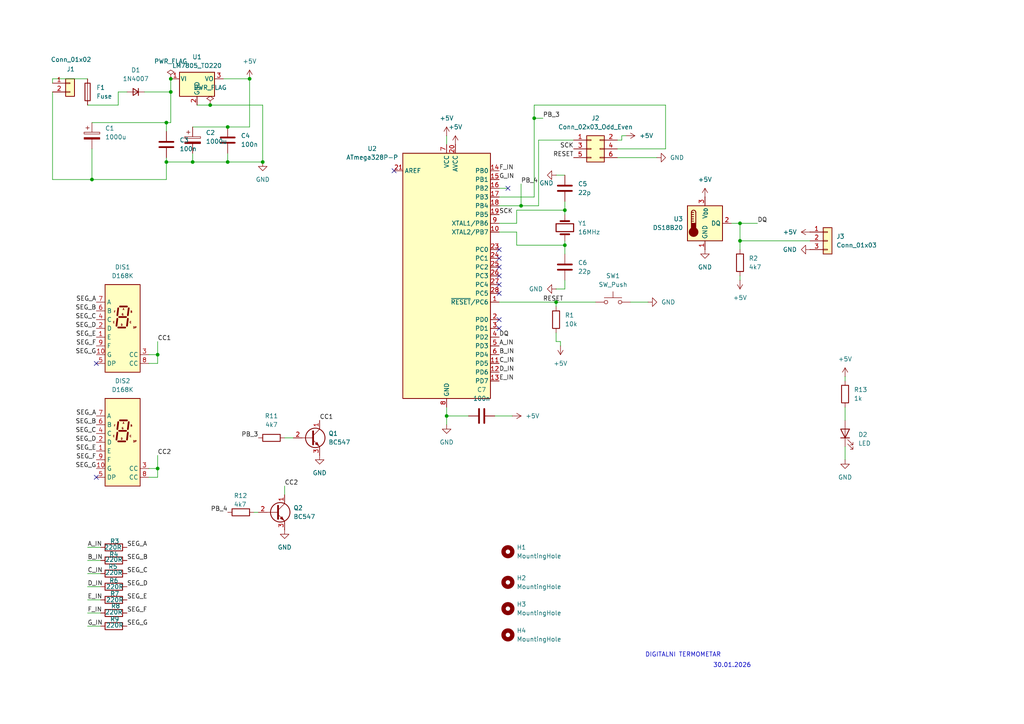
<source format=kicad_sch>
(kicad_sch (version 20250114) (generator "eeschema") (generator_version "9.0")
  (paper "A4")
  (lib_symbols
    (symbol "Connector_Generic:Conn_01x02" (pin_names (offset 1.016) (hide yes))
      (property "Reference" "J" (at 0 2.54 0))
      (property "Value" "Conn_01x02" (at 0 -5.08 0))
      (symbol "Conn_01x02_1_1"
        (rectangle (start -1.27 1.27) (end 1.27 -3.81) (stroke (width 0.254)) (fill (type background)))
        (rectangle (start -1.27 0.127) (end 0 -0.127) (stroke (width 0.1524)))
        (rectangle (start -1.27 -2.413) (end 0 -2.667) (stroke (width 0.1524)))
        (pin passive line (at -5.08 0 0) (length 3.81) (name "Pin_1") (number "1"))
        (pin passive line (at -5.08 -2.54 0) (length 3.81) (name "Pin_2") (number "2"))
      )
    )
    (symbol "Connector_Generic:Conn_01x03" (pin_names (offset 1.016) (hide yes))
      (property "Reference" "J" (at 0 5.08 0))
      (property "Value" "Conn_01x03" (at 0 -5.08 0))
      (symbol "Conn_01x03_1_1"
        (rectangle (start -1.27 3.81) (end 1.27 -3.81) (stroke (width 0.254)) (fill (type background)))
        (rectangle (start -1.27 2.667) (end 0 2.413) (stroke (width 0.1524)))
        (rectangle (start -1.27 0.127) (end 0 -0.127) (stroke (width 0.1524)))
        (rectangle (start -1.27 -2.413) (end 0 -2.667) (stroke (width 0.1524)))
        (pin passive line (at -5.08 2.54 0) (length 3.81) (name "Pin_1") (number "1"))
        (pin passive line (at -5.08 0 0) (length 3.81) (name "Pin_2") (number "2"))
        (pin passive line (at -5.08 -2.54 0) (length 3.81) (name "Pin_3") (number "3"))
      )
    )
    (symbol "Connector_Generic:Conn_02x03_Odd_Even" (pin_names (offset 1.016) (hide yes))
      (property "Reference" "J" (at 1.27 5.08 0))
      (property "Value" "Conn_02x03_Odd_Even" (at 1.27 -5.08 0))
      (symbol "Conn_02x03_Odd_Even_1_1"
        (rectangle (start -1.27 3.81) (end 3.81 -3.81) (stroke (width 0.254)) (fill (type background)))
        (rectangle (start -1.27 2.667) (end 0 2.413) (stroke (width 0.1524)))
        (rectangle (start -1.27 0.127) (end 0 -0.127) (stroke (width 0.1524)))
        (rectangle (start -1.27 -2.413) (end 0 -2.667) (stroke (width 0.1524)))
        (rectangle (start 3.81 2.667) (end 2.54 2.413) (stroke (width 0.1524)))
        (rectangle (start 3.81 0.127) (end 2.54 -0.127) (stroke (width 0.1524)))
        (rectangle (start 3.81 -2.413) (end 2.54 -2.667) (stroke (width 0.1524)))
        (pin passive line (at -5.08 2.54 0) (length 3.81) (name "Pin_1") (number "1"))
        (pin passive line (at -5.08 0 0) (length 3.81) (name "Pin_3") (number "3"))
        (pin passive line (at -5.08 -2.54 0) (length 3.81) (name "Pin_5") (number "5"))
        (pin passive line (at 7.62 2.54 180) (length 3.81) (name "Pin_2") (number "2"))
        (pin passive line (at 7.62 0 180) (length 3.81) (name "Pin_4") (number "4"))
        (pin passive line (at 7.62 -2.54 180) (length 3.81) (name "Pin_6") (number "6"))
      )
    )
    (symbol "Device:C" (pin_numbers (hide yes)) (pin_names (offset 0.254))
      (property "Reference" "C" (at 0.635 2.54 0))
      (property "Value" "C" (at 0.635 -2.54 0))
      (symbol "C_0_1"
        (polyline (pts (xy -2.032 0.762) (xy 2.032 0.762)) (stroke (width 0.508)))
        (polyline (pts (xy -2.032 -0.762) (xy 2.032 -0.762)) (stroke (width 0.508)))
      )
      (symbol "C_1_1"
        (pin passive line (at 0 3.81 270) (length 2.794) (name "~") (number "1"))
        (pin passive line (at 0 -3.81 90) (length 2.794) (name "~") (number "2"))
      )
    )
    (symbol "Device:C_Polarized" (pin_numbers (hide yes)) (pin_names (offset 0.254))
      (property "Reference" "C" (at 0.635 2.54 0))
      (property "Value" "C_Polarized" (at 0.635 -2.54 0))
      (symbol "C_Polarized_0_1"
        (rectangle (start -2.286 0.508) (end 2.286 1.016))
        (polyline (pts (xy -1.778 2.286) (xy -0.762 2.286)))
        (polyline (pts (xy -1.27 2.794) (xy -1.27 1.778)))
        (rectangle (start 2.286 -0.508) (end -2.286 -1.016) (fill (type outline)))
      )
      (symbol "C_Polarized_1_1"
        (pin passive line (at 0 3.81 270) (length 2.794) (name "~") (number "1"))
        (pin passive line (at 0 -3.81 90) (length 2.794) (name "~") (number "2"))
      )
    )
    (symbol "Device:Crystal" (pin_numbers (hide yes)) (pin_names (offset 1.016) (hide yes))
      (property "Reference" "Y" (at 0 3.81 0))
      (property "Value" "Crystal" (at 0 -3.81 0))
      (symbol "Crystal_0_1"
        (polyline (pts (xy -2.54 0) (xy -1.905 0)))
        (polyline (pts (xy -1.905 -1.27) (xy -1.905 1.27)) (stroke (width 0.508)))
        (rectangle (start -1.143 2.54) (end 1.143 -2.54) (stroke (width 0.3048)))
        (polyline (pts (xy 1.905 -1.27) (xy 1.905 1.27)) (stroke (width 0.508)))
        (polyline (pts (xy 2.54 0) (xy 1.905 0)))
      )
      (symbol "Crystal_1_1"
        (pin passive line (at -3.81 0 0) (length 1.27) (name "1") (number "1"))
        (pin passive line (at 3.81 0 180) (length 1.27) (name "2") (number "2"))
      )
    )
    (symbol "Device:D_Small" (pin_numbers (hide yes)) (pin_names (offset 0.254) (hide yes))
      (property "Reference" "D" (at -1.27 2.032 0))
      (property "Value" "D_Small" (at -3.81 -2.032 0))
      (symbol "D_Small_0_1"
        (polyline (pts (xy -0.762 0) (xy 0.762 0)))
        (polyline (pts (xy -0.762 -1.016) (xy -0.762 1.016)) (stroke (width 0.254)))
        (polyline (pts (xy 0.762 -1.016) (xy -0.762 0) (xy 0.762 1.016) (xy 0.762 -1.016)) (stroke (width 0.254)))
      )
      (symbol "D_Small_1_1"
        (pin passive line (at -2.54 0 0) (length 1.778) (name "K") (number "1"))
        (pin passive line (at 2.54 0 180) (length 1.778) (name "A") (number "2"))
      )
    )
    (symbol "Device:Fuse" (pin_numbers (hide yes)) (pin_names (offset 0))
      (property "Reference" "F" (at 2.032 0 90))
      (property "Value" "Fuse" (at -1.905 0 90))
      (symbol "Fuse_0_1"
        (rectangle (start -0.762 -2.54) (end 0.762 2.54) (stroke (width 0.254)))
        (polyline (pts (xy 0 2.54) (xy 0 -2.54)))
      )
      (symbol "Fuse_1_1"
        (pin passive line (at 0 3.81 270) (length 1.27) (name "~") (number "1"))
        (pin passive line (at 0 -3.81 90) (length 1.27) (name "~") (number "2"))
      )
    )
    (symbol "Device:LED" (pin_numbers (hide yes)) (pin_names (offset 1.016) (hide yes))
      (property "Reference" "D" (at 0 2.54 0))
      (property "Value" "LED" (at 0 -2.54 0))
      (symbol "LED_0_1"
        (polyline (pts (xy -3.048 -0.762) (xy -4.572 -2.286) (xy -3.81 -2.286) (xy -4.572 -2.286) (xy -4.572 -1.524)))
        (polyline (pts (xy -1.778 -0.762) (xy -3.302 -2.286) (xy -2.54 -2.286) (xy -3.302 -2.286) (xy -3.302 -1.524)))
        (polyline (pts (xy -1.27 0) (xy 1.27 0)))
        (polyline (pts (xy -1.27 -1.27) (xy -1.27 1.27)) (stroke (width 0.254)))
        (polyline (pts (xy 1.27 -1.27) (xy 1.27 1.27) (xy -1.27 0) (xy 1.27 -1.27)) (stroke (width 0.254)))
      )
      (symbol "LED_1_1"
        (pin passive line (at -3.81 0 0) (length 2.54) (name "K") (number "1"))
        (pin passive line (at 3.81 0 180) (length 2.54) (name "A") (number "2"))
      )
    )
    (symbol "Device:R" (pin_numbers (hide yes)) (pin_names (offset 0))
      (property "Reference" "R" (at 2.032 0 90))
      (property "Value" "R" (at 0 0 90))
      (symbol "R_0_1"
        (rectangle (start -1.016 -2.54) (end 1.016 2.54) (stroke (width 0.254)))
      )
      (symbol "R_1_1"
        (pin passive line (at 0 3.81 270) (length 1.27) (name "~") (number "1"))
        (pin passive line (at 0 -3.81 90) (length 1.27) (name "~") (number "2"))
      )
    )
    (symbol "Display_:D168K"
      (property "Reference" "U" (at -2.54 13.97 0))
      (property "Value" "D168K" (at 1.27 13.97 0))
      (symbol "D168K_0_0"
        (text "E" (at -2.54 1.778 0) (effects (font (size 0.508 0.508))))
        (text "F" (at -2.286 4.826 0) (effects (font (size 0.508 0.508))))
        (text "D" (at -0.254 1.016 0) (effects (font (size 0.508 0.508))))
        (text "G" (at 0 4.064 0) (effects (font (size 0.508 0.508))))
        (text "A" (at 0.254 5.588 0) (effects (font (size 0.508 0.508))))
        (text "C" (at 2.286 1.778 0) (effects (font (size 0.508 0.508))))
        (text "B" (at 2.54 4.826 0) (effects (font (size 0.508 0.508))))
        (text "DP" (at 3.556 0.254 0) (effects (font (size 0.508 0.508))))
      )
      (symbol "D168K_0_1"
        (rectangle (start -5.08 12.7) (end 5.08 -12.7) (stroke (width 0.254)) (fill (type background)))
        (polyline (pts (xy -1.524 2.794) (xy -1.778 0.762)) (stroke (width 0.508)))
        (polyline (pts (xy -1.27 5.842) (xy -1.524 3.81)) (stroke (width 0.508)))
        (polyline (pts (xy -1.27 0.254) (xy 0.762 0.254)) (stroke (width 0.508)))
        (polyline (pts (xy -1.016 3.302) (xy 1.016 3.302)) (stroke (width 0.508)))
        (polyline (pts (xy -0.762 6.35) (xy 1.27 6.35)) (stroke (width 0.508)))
        (polyline (pts (xy 1.524 2.794) (xy 1.27 0.762)) (stroke (width 0.508)))
        (polyline (pts (xy 1.778 5.842) (xy 1.524 3.81)) (stroke (width 0.508)))
        (polyline (pts (xy 2.54 0.254) (xy 2.54 0.254)) (stroke (width 0.508)))
      )
      (symbol "D168K_1_1"
        (pin input line (at -7.62 7.62 0) (length 2.54) (name "A") (number "7"))
        (pin input line (at -7.62 5.08 0) (length 2.54) (name "B") (number "6"))
        (pin input line (at -7.62 2.54 0) (length 2.54) (name "C") (number "4"))
        (pin input line (at -7.62 0 0) (length 2.54) (name "D") (number "2"))
        (pin input line (at -7.62 -2.54 0) (length 2.54) (name "E") (number "1"))
        (pin input line (at -7.62 -5.08 0) (length 2.54) (name "F") (number "9"))
        (pin input line (at -7.62 -7.62 0) (length 2.54) (name "G") (number "10"))
        (pin input line (at -7.62 -10.16 0) (length 2.54) (name "DP") (number "5"))
        (pin input line (at 7.62 -7.62 180) (length 2.54) (name "CC") (number "3"))
        (pin input line (at 7.62 -10.16 180) (length 2.54) (name "CC") (number "8"))
      )
    )
    (symbol "MCU_Microchip_ATmega:ATmega328P-P"
      (property "Reference" "U" (at -12.7 36.83 0))
      (property "Value" "ATmega328P-P" (at 2.54 -36.83 0))
      (symbol "ATmega328P-P_0_1"
        (rectangle (start -12.7 -35.56) (end 12.7 35.56) (stroke (width 0.254)) (fill (type background)))
      )
      (symbol "ATmega328P-P_1_1"
        (pin passive line (at -15.24 30.48 0) (length 2.54) (name "AREF") (number "21"))
        (pin power_in line (at 0 38.1 270) (length 2.54) (name "VCC") (number "7"))
        (pin passive line (at 0 -38.1 90) (length 2.54) (hide yes) (name "GND") (number "22"))
        (pin power_in line (at 0 -38.1 90) (length 2.54) (name "GND") (number "8"))
        (pin power_in line (at 2.54 38.1 270) (length 2.54) (name "AVCC") (number "20"))
        (pin bidirectional line (at 15.24 30.48 180) (length 2.54) (name "PB0") (number "14"))
        (pin bidirectional line (at 15.24 27.94 180) (length 2.54) (name "PB1") (number "15"))
        (pin bidirectional line (at 15.24 25.4 180) (length 2.54) (name "PB2") (number "16"))
        (pin bidirectional line (at 15.24 22.86 180) (length 2.54) (name "PB3") (number "17"))
        (pin bidirectional line (at 15.24 20.32 180) (length 2.54) (name "PB4") (number "18"))
        (pin bidirectional line (at 15.24 17.78 180) (length 2.54) (name "PB5") (number "19"))
        (pin bidirectional line (at 15.24 15.24 180) (length 2.54) (name "XTAL1/PB6") (number "9"))
        (pin bidirectional line (at 15.24 12.7 180) (length 2.54) (name "XTAL2/PB7") (number "10"))
        (pin bidirectional line (at 15.24 7.62 180) (length 2.54) (name "PC0") (number "23"))
        (pin bidirectional line (at 15.24 5.08 180) (length 2.54) (name "PC1") (number "24"))
        (pin bidirectional line (at 15.24 2.54 180) (length 2.54) (name "PC2") (number "25"))
        (pin bidirectional line (at 15.24 0 180) (length 2.54) (name "PC3") (number "26"))
        (pin bidirectional line (at 15.24 -2.54 180) (length 2.54) (name "PC4") (number "27"))
        (pin bidirectional line (at 15.24 -5.08 180) (length 2.54) (name "PC5") (number "28"))
        (pin bidirectional line (at 15.24 -7.62 180) (length 2.54) (name "~{RESET}/PC6") (number "1"))
        (pin bidirectional line (at 15.24 -12.7 180) (length 2.54) (name "PD0") (number "2"))
        (pin bidirectional line (at 15.24 -15.24 180) (length 2.54) (name "PD1") (number "3"))
        (pin bidirectional line (at 15.24 -17.78 180) (length 2.54) (name "PD2") (number "4"))
        (pin bidirectional line (at 15.24 -20.32 180) (length 2.54) (name "PD3") (number "5"))
        (pin bidirectional line (at 15.24 -22.86 180) (length 2.54) (name "PD4") (number "6"))
        (pin bidirectional line (at 15.24 -25.4 180) (length 2.54) (name "PD5") (number "11"))
        (pin bidirectional line (at 15.24 -27.94 180) (length 2.54) (name "PD6") (number "12"))
        (pin bidirectional line (at 15.24 -30.48 180) (length 2.54) (name "PD7") (number "13"))
      )
    )
    (symbol "Mechanical:MountingHole" (pin_names (offset 1.016)) (in_bom no)
      (property "Reference" "H" (at 0 5.08 0))
      (property "Value" "MountingHole" (at 0 3.175 0))
      (symbol "MountingHole_0_1"
        (circle (center 0 0) (radius 1.27) (stroke (width 1.27)))
      )
    )
    (symbol "Regulator_Linear:LM7805_TO220" (pin_names (offset 0.254))
      (property "Reference" "U" (at -3.81 3.175 0))
      (property "Value" "LM7805_TO220" (at 0 3.175 0))
      (symbol "LM7805_TO220_0_1"
        (rectangle (start -5.08 1.905) (end 5.08 -5.08) (stroke (width 0.254)) (fill (type background)))
      )
      (symbol "LM7805_TO220_1_1"
        (pin power_in line (at -7.62 0 0) (length 2.54) (name "VI") (number "1"))
        (pin power_in line (at 0 -7.62 90) (length 2.54) (name "GND") (number "2"))
        (pin power_out line (at 7.62 0 180) (length 2.54) (name "VO") (number "3"))
      )
    )
    (symbol "Sensor_Temperature:DS18B20"
      (property "Reference" "U" (at -3.81 6.35 0))
      (property "Value" "DS18B20" (at 6.35 6.35 0))
      (symbol "DS18B20_0_1"
        (rectangle (start -5.08 5.08) (end 5.08 -5.08) (stroke (width 0.254)) (fill (type background)))
        (polyline (pts (xy -3.937 3.175) (xy -3.937 0)) (stroke (width 0.254)))
        (polyline (pts (xy -3.937 3.175) (xy -3.302 3.175)) (stroke (width 0.254)))
        (polyline (pts (xy -3.937 2.54) (xy -3.302 2.54)) (stroke (width 0.254)))
        (polyline (pts (xy -3.937 1.905) (xy -3.302 1.905)) (stroke (width 0.254)))
        (polyline (pts (xy -3.937 1.27) (xy -3.302 1.27)) (stroke (width 0.254)))
        (polyline (pts (xy -3.937 0.635) (xy -3.302 0.635)) (stroke (width 0.254)))
        (arc (start -3.937 3.175) (mid -3.302 3.8073) (end -2.667 3.175) (stroke (width 0.254)))
        (circle (center -3.302 -2.54) (radius 1.27) (stroke (width 0.254)) (fill (type outline)))
        (polyline (pts (xy -2.667 3.175) (xy -2.667 0)) (stroke (width 0.254)))
        (rectangle (start -2.667 -1.905) (end -3.937 0) (stroke (width 0.254)) (fill (type outline)))
      )
      (symbol "DS18B20_1_1"
        (pin power_in line (at 0 7.62 270) (length 2.54) (name "V_{DD}") (number "3"))
        (pin power_in line (at 0 -7.62 90) (length 2.54) (name "GND") (number "1"))
        (pin bidirectional line (at 7.62 0 180) (length 2.54) (name "DQ") (number "2"))
      )
    )
    (symbol "Switch:SW_Push" (pin_numbers (hide yes)) (pin_names (offset 1.016) (hide yes))
      (property "Reference" "SW" (at 1.27 2.54 0))
      (property "Value" "SW_Push" (at 0 -1.524 0))
      (symbol "SW_Push_0_1"
        (circle (center -2.032 0) (radius 0.508))
        (polyline (pts (xy 0 1.27) (xy 0 3.048)))
        (circle (center 2.032 0) (radius 0.508))
        (polyline (pts (xy 2.54 1.27) (xy -2.54 1.27)))
        (pin passive line (at -5.08 0 0) (length 2.54) (name "1") (number "1"))
        (pin passive line (at 5.08 0 180) (length 2.54) (name "2") (number "2"))
      )
    )
    (symbol "Transistor_BJT:BC547" (pin_names (offset 0) (hide yes))
      (property "Reference" "Q" (at 5.08 1.905 0))
      (property "Value" "BC547" (at 5.08 0 0))
      (symbol "BC547_0_1"
        (polyline (pts (xy -2.54 0) (xy 0.635 0)))
        (polyline (pts (xy 0.635 1.905) (xy 0.635 -1.905)) (stroke (width 0.508)))
        (circle (center 1.27 0) (radius 2.8194) (stroke (width 0.254)))
      )
      (symbol "BC547_1_1"
        (polyline (pts (xy 0.635 0.635) (xy 2.54 2.54)))
        (polyline (pts (xy 0.635 -0.635) (xy 2.54 -2.54)))
        (polyline (pts (xy 1.27 -1.778) (xy 1.778 -1.27) (xy 2.286 -2.286) (xy 1.27 -1.778)) (fill (type outline)))
        (pin input line (at -5.08 0 0) (length 2.54) (name "B") (number "2"))
        (pin passive line (at 2.54 5.08 270) (length 2.54) (name "C") (number "1"))
        (pin passive line (at 2.54 -5.08 90) (length 2.54) (name "E") (number "3"))
      )
    )
    (symbol "power:+5V" (power) (pin_numbers (hide yes)) (pin_names (offset 0) (hide yes))
      (property "Value" "+5V" (at 0 3.556 0))
      (symbol "+5V_0_1"
        (polyline (pts (xy -0.762 1.27) (xy 0 2.54)))
        (polyline (pts (xy 0 2.54) (xy 0.762 1.27)))
        (polyline (pts (xy 0 0) (xy 0 2.54)))
      )
      (symbol "+5V_1_1"
        (pin power_in line (at 0 0 90) (length 0) (name "~") (number "1"))
      )
    )
    (symbol "power:GND" (power) (pin_numbers (hide yes)) (pin_names (offset 0) (hide yes))
      (property "Value" "GND" (at 0 -3.81 0))
      (symbol "GND_0_1"
        (polyline (pts (xy 0 0) (xy 0 -1.27) (xy 1.27 -1.27) (xy 0 -2.54) (xy -1.27 -1.27) (xy 0 -1.27)))
      )
      (symbol "GND_1_1"
        (pin power_in line (at 0 0 270) (length 0) (name "~") (number "1"))
      )
    )
    (symbol "power:PWR_FLAG" (power) (pin_numbers (hide yes)) (pin_names (offset 0) (hide yes))
      (property "Value" "PWR_FLAG" (at 0 3.81 0))
      (symbol "PWR_FLAG_0_0"
        (pin power_out line (at 0 0 90) (length 0) (name "~") (number "1"))
      )
      (symbol "PWR_FLAG_0_1"
        (polyline (pts (xy 0 0) (xy 0 1.27) (xy -1.016 1.905) (xy 0 2.54) (xy 1.016 1.905) (xy 0 1.27)))
      )
    )
  )
  (text "DIGITALNI TERMOMETAR" (at 198.12 189.992 0) (effects (font (size 1.27 1.27))))
  (text "30.01.2026" (at 212.344 193.04 0) (effects (font (size 1.27 1.27))))
  (junction (at 49.53 22.86))
  (junction (at 48.26 46.99))
  (junction (at 129.54 120.65))
  (junction (at 161.29 87.63))
  (junction (at 26.67 52.07))
  (junction (at 214.63 64.77))
  (junction (at 76.2 46.99))
  (junction (at 49.53 26.67))
  (junction (at 163.83 71.12))
  (junction (at 48.26 35.56))
  (junction (at 154.94 34.29))
  (junction (at 66.04 36.83))
  (junction (at 45.72 135.89))
  (junction (at 60.96 30.48))
  (junction (at 45.72 102.87))
  (junction (at 151.13 59.69))
  (junction (at 66.04 46.99))
  (junction (at 55.88 46.99))
  (junction (at 72.39 22.86))
  (junction (at 163.83 60.96))
  (junction (at 214.63 69.85))
  (no_connect (at 27.94 138.43))
  (no_connect (at 144.78 82.55))
  (no_connect (at 144.78 80.01))
  (no_connect (at 144.78 77.47))
  (no_connect (at 144.78 92.71))
  (no_connect (at 27.94 105.41))
  (no_connect (at 114.3 49.53))
  (no_connect (at 144.78 95.25))
  (no_connect (at 144.78 74.93))
  (no_connect (at 144.78 85.09))
  (no_connect (at 147.32 54.61))
  (no_connect (at 144.78 72.39))
  (wire (pts (xy 45.72 105.41) (xy 45.72 102.87)))
  (wire (pts (xy 55.88 46.99) (xy 66.04 46.99)))
  (wire (pts (xy 193.04 43.18) (xy 193.04 30.48)))
  (wire (pts (xy 25.4 166.37) (xy 29.21 166.37)))
  (wire (pts (xy 64.77 22.86) (xy 72.39 22.86)))
  (wire (pts (xy 34.29 30.48) (xy 34.29 26.67)))
  (wire (pts (xy 26.67 43.18) (xy 26.67 52.07)))
  (wire (pts (xy 214.63 69.85) (xy 214.63 72.39)))
  (wire (pts (xy 15.24 22.86) (xy 25.4 22.86)))
  (wire (pts (xy 41.91 26.67) (xy 49.53 26.67)))
  (wire (pts (xy 74.93 148.59) (xy 73.66 148.59)))
  (wire (pts (xy 149.86 71.12) (xy 149.86 67.31)))
  (wire (pts (xy 45.72 135.89) (xy 45.72 132.08)))
  (wire (pts (xy 66.04 44.45) (xy 66.04 46.99)))
  (wire (pts (xy 48.26 46.99) (xy 48.26 52.07)))
  (wire (pts (xy 148.59 120.65) (xy 143.51 120.65)))
  (wire (pts (xy 43.18 102.87) (xy 45.72 102.87)))
  (wire (pts (xy 156.21 40.64) (xy 166.37 40.64)))
  (wire (pts (xy 66.04 46.99) (xy 76.2 46.99)))
  (wire (pts (xy 48.26 35.56) (xy 49.53 35.56)))
  (wire (pts (xy 48.26 35.56) (xy 48.26 38.1)))
  (wire (pts (xy 76.2 30.48) (xy 76.2 46.99)))
  (wire (pts (xy 161.29 83.82) (xy 163.83 83.82)))
  (wire (pts (xy 147.32 54.61) (xy 144.78 54.61)))
  (wire (pts (xy 163.83 60.96) (xy 163.83 62.23)))
  (wire (pts (xy 161.29 87.63) (xy 161.29 88.9)))
  (wire (pts (xy 82.55 143.51) (xy 82.55 140.97)))
  (wire (pts (xy 25.4 181.61) (xy 29.21 181.61)))
  (wire (pts (xy 144.78 64.77) (xy 149.86 64.77)))
  (wire (pts (xy 26.67 35.56) (xy 48.26 35.56)))
  (wire (pts (xy 157.48 34.29) (xy 154.94 34.29)))
  (wire (pts (xy 144.78 67.31) (xy 149.86 67.31)))
  (wire (pts (xy 149.86 71.12) (xy 163.83 71.12)))
  (wire (pts (xy 182.88 87.63) (xy 187.96 87.63)))
  (wire (pts (xy 15.24 24.13) (xy 15.24 22.86)))
  (wire (pts (xy 151.13 53.34) (xy 151.13 59.69)))
  (wire (pts (xy 154.94 57.15) (xy 144.78 57.15)))
  (wire (pts (xy 129.54 120.65) (xy 135.89 120.65)))
  (wire (pts (xy 55.88 36.83) (xy 66.04 36.83)))
  (wire (pts (xy 163.83 69.85) (xy 163.83 71.12)))
  (wire (pts (xy 162.56 99.06) (xy 162.56 100.33)))
  (wire (pts (xy 26.67 52.07) (xy 48.26 52.07)))
  (wire (pts (xy 163.83 81.28) (xy 163.83 83.82)))
  (wire (pts (xy 45.72 102.87) (xy 45.72 99.06)))
  (wire (pts (xy 85.09 127) (xy 82.55 127)))
  (wire (pts (xy 129.54 118.11) (xy 129.54 120.65)))
  (wire (pts (xy 179.07 43.18) (xy 193.04 43.18)))
  (wire (pts (xy 25.4 158.75) (xy 29.21 158.75)))
  (wire (pts (xy 161.29 87.63) (xy 172.72 87.63)))
  (wire (pts (xy 180.34 39.37) (xy 180.34 40.64)))
  (wire (pts (xy 15.24 52.07) (xy 26.67 52.07)))
  (wire (pts (xy 60.96 30.48) (xy 76.2 30.48)))
  (wire (pts (xy 154.94 34.29) (xy 154.94 57.15)))
  (wire (pts (xy 180.34 40.64) (xy 179.07 40.64)))
  (wire (pts (xy 179.07 45.72) (xy 190.5 45.72)))
  (wire (pts (xy 245.11 109.22) (xy 245.11 110.49)))
  (wire (pts (xy 156.21 40.64) (xy 156.21 59.69)))
  (wire (pts (xy 149.86 64.77) (xy 149.86 60.96)))
  (wire (pts (xy 49.53 26.67) (xy 49.53 35.56)))
  (wire (pts (xy 214.63 64.77) (xy 214.63 69.85)))
  (wire (pts (xy 72.39 22.86) (xy 72.39 36.83)))
  (wire (pts (xy 43.18 138.43) (xy 45.72 138.43)))
  (wire (pts (xy 214.63 81.28) (xy 214.63 80.01)))
  (wire (pts (xy 219.71 64.77) (xy 214.63 64.77)))
  (wire (pts (xy 181.61 39.37) (xy 180.34 39.37)))
  (wire (pts (xy 25.4 173.99) (xy 29.21 173.99)))
  (wire (pts (xy 43.18 135.89) (xy 45.72 135.89)))
  (wire (pts (xy 162.56 99.06) (xy 161.29 99.06)))
  (wire (pts (xy 129.54 39.37) (xy 129.54 41.91)))
  (wire (pts (xy 48.26 45.72) (xy 48.26 46.99)))
  (wire (pts (xy 234.95 69.85) (xy 214.63 69.85)))
  (wire (pts (xy 154.94 30.48) (xy 154.94 34.29)))
  (wire (pts (xy 55.88 44.45) (xy 55.88 46.99)))
  (wire (pts (xy 245.11 121.92) (xy 245.11 118.11)))
  (wire (pts (xy 163.83 58.42) (xy 163.83 60.96)))
  (wire (pts (xy 151.13 59.69) (xy 144.78 59.69)))
  (wire (pts (xy 66.04 36.83) (xy 72.39 36.83)))
  (wire (pts (xy 214.63 64.77) (xy 212.09 64.77)))
  (wire (pts (xy 193.04 30.48) (xy 154.94 30.48)))
  (wire (pts (xy 163.83 71.12) (xy 163.83 73.66)))
  (wire (pts (xy 34.29 26.67) (xy 36.83 26.67)))
  (wire (pts (xy 25.4 177.8) (xy 29.21 177.8)))
  (wire (pts (xy 161.29 87.63) (xy 144.78 87.63)))
  (wire (pts (xy 149.86 60.96) (xy 163.83 60.96)))
  (wire (pts (xy 48.26 46.99) (xy 55.88 46.99)))
  (wire (pts (xy 57.15 30.48) (xy 60.96 30.48)))
  (wire (pts (xy 49.53 22.86) (xy 49.53 26.67)))
  (wire (pts (xy 15.24 26.67) (xy 15.24 52.07)))
  (wire (pts (xy 25.4 162.56) (xy 29.21 162.56)))
  (wire (pts (xy 25.4 170.18) (xy 29.21 170.18)))
  (wire (pts (xy 156.21 59.69) (xy 151.13 59.69)))
  (wire (pts (xy 43.18 105.41) (xy 45.72 105.41)))
  (wire (pts (xy 25.4 30.48) (xy 34.29 30.48)))
  (wire (pts (xy 161.29 99.06) (xy 161.29 96.52)))
  (wire (pts (xy 245.11 133.35) (xy 245.11 129.54)))
  (wire (pts (xy 45.72 138.43) (xy 45.72 135.89)))
  (wire (pts (xy 163.83 50.8) (xy 161.29 50.8)))
  (wire (pts (xy 129.54 120.65) (xy 129.54 123.19)))
  (label "SCK" (at 144.78 62.23 0))
  (label "C_IN" (at 144.78 105.41 0))
  (label "DQ" (at 144.78 97.79 0))
  (label "SEG_F" (at 36.83 177.8 0))
  (label "PB_3" (at 74.93 127 180))
  (label "DQ" (at 219.71 64.77 0))
  (label "CC2" (at 45.72 132.08 0))
  (label "E_IN" (at 144.78 110.49 0))
  (label "SEG_G" (at 27.94 102.87 180))
  (label "C_IN" (at 25.4 166.37 0))
  (label "SEG_G" (at 36.83 181.61 0))
  (label "SEG_A" (at 36.83 158.75 0))
  (label "E_IN" (at 25.4 173.99 0))
  (label "SEG_F" (at 27.94 133.35 180))
  (label "SEG_G" (at 27.94 135.89 180))
  (label "RESET" (at 157.48 87.63 0))
  (label "SEG_E" (at 27.94 97.79 180))
  (label "D_IN" (at 25.4 170.18 0))
  (label "G_IN" (at 25.4 181.61 0))
  (label "SEG_C" (at 27.94 125.73 180))
  (label "SEG_B" (at 27.94 123.19 180))
  (label "SCK" (at 166.37 43.18 180))
  (label "G_IN" (at 144.78 52.07 0))
  (label "SEG_A" (at 27.94 120.65 180))
  (label "B_IN" (at 25.4 162.56 0))
  (label "SEG_D" (at 27.94 128.27 180))
  (label "SEG_B" (at 27.94 90.17 180))
  (label "CC2" (at 82.55 140.97 0))
  (label "SEG_E" (at 27.94 130.81 180))
  (label "B_IN" (at 144.78 102.87 0))
  (label "F_IN" (at 25.4 177.8 0))
  (label "RESET" (at 166.37 45.72 180))
  (label "SEG_D" (at 27.94 95.25 180))
  (label "PB_4" (at 151.13 53.34 0))
  (label "SEG_C" (at 27.94 92.71 180))
  (label "SEG_D" (at 36.83 170.18 0))
  (label "PB_3" (at 157.48 34.29 0))
  (label "D_IN" (at 144.78 107.95 0))
  (label "SEG_A" (at 27.94 87.63 180))
  (label "SEG_C" (at 36.83 166.37 0))
  (label "CC1" (at 92.71 121.92 0))
  (label "A_IN" (at 25.4 158.75 0))
  (label "PB_4" (at 66.04 148.59 180))
  (label "SEG_B" (at 36.83 162.56 0))
  (label "CC1" (at 45.72 99.06 0))
  (label "SEG_F" (at 27.94 100.33 180))
  (label "F_IN" (at 144.78 49.53 0))
  (label "A_IN" (at 144.78 100.33 0))
  (label "SEG_E" (at 36.83 173.99 0))
  (symbol (lib_id "Device:Fuse") (at 25.4 26.67 0) (unit 1)
    (property "Reference" "F1" (at 27.94 25.3999 0) (effects (justify left)))
    (property "Value" "Fuse" (at 27.94 27.9399 0) (effects (justify left)))
    (property "Footprint" "Fuse:Fuseholder_Cylinder-5x20mm_Bulgin_FX0457_Horizontal_Closed" (effects (hide yes)))
    (property "Description" "Fuse" (effects (hide yes)))
    (property "Manufacturer" "Littelfuse" (effects (hide yes)))
    (property "Manufacturers Part Number" "0218001.HXP" (effects (hide yes)))
  )
  (symbol (lib_id "power:GND") (at 245.11 133.35 0) (unit 1)
    (property "Reference" "#PWR019" (effects (hide yes)))
    (property "Value" "GND" (at 245.11 138.43 0))
    (property "Description" "Power symbol creates a global label with name \"GND\" , ground" (effects (hide yes)))
  )
  (symbol (lib_id "Mechanical:MountingHole") (at 147.32 160.02 0) (unit 1) (in_bom no)
    (property "Reference" "H1" (at 149.86 158.7499 0) (effects (justify left)))
    (property "Value" "MountingHole" (at 149.86 161.2899 0) (effects (justify left)))
    (property "Footprint" "MountingHole:MountingHole_3.2mm_M3" (effects (hide yes)))
    (property "Description" "Mounting Hole without connection" (effects (hide yes)))
  )
  (symbol (lib_id "power:GND") (at 234.95 72.39 270) (unit 1)
    (property "Reference" "#PWR021" (effects (hide yes)))
    (property "Value" "GND" (at 231.14 72.3899 90) (effects (justify right)))
    (property "Description" "Power symbol creates a global label with name \"GND\" , ground" (effects (hide yes)))
  )
  (symbol (lib_id "power:GND") (at 82.55 153.67 0) (unit 1)
    (property "Reference" "#PWR017" (effects (hide yes)))
    (property "Value" "GND" (at 82.55 158.75 0))
    (property "Description" "Power symbol creates a global label with name \"GND\" , ground" (effects (hide yes)))
  )
  (symbol (lib_id "power:+5V") (at 72.39 22.86 0) (unit 1)
    (property "Reference" "#PWR01" (effects (hide yes)))
    (property "Value" "+5V" (at 72.39 17.78 0))
    (property "Description" "Power symbol creates a global label with name \"+5V\"" (effects (hide yes)))
  )
  (symbol (lib_id "power:GND") (at 161.29 83.82 270) (unit 1)
    (property "Reference" "#PWR010" (effects (hide yes)))
    (property "Value" "GND" (at 157.48 83.8199 90) (effects (justify right)))
    (property "Description" "Power symbol creates a global label with name \"GND\" , ground" (effects (hide yes)))
  )
  (symbol (lib_id "power:PWR_FLAG") (at 49.53 22.86 0) (unit 1)
    (property "Reference" "#FLG01" (effects (hide yes)))
    (property "Value" "PWR_FLAG" (at 49.53 17.78 0))
    (property "Description" "Special symbol for telling ERC where power comes from" (effects (hide yes)))
  )
  (symbol (lib_id "Device:C_Polarized") (at 55.88 40.64 0) (unit 1)
    (property "Reference" "C2" (at 59.69 38.4809 0) (effects (justify left)))
    (property "Value" "1000u" (at 59.69 41.0209 0) (effects (justify left)))
    (property "Footprint" "Capacitor_THT:CP_Radial_D10.0mm_P5.00mm" (effects (hide yes)))
    (property "Description" "Polarized capacitor" (effects (hide yes)))
    (property "Manufacturer" "Nichicon" (effects (hide yes)))
    (property "Manufacturers Part Number" "UPM1V102MHD" (effects (hide yes)))
  )
  (symbol (lib_id "Sensor_Temperature:DS18B20") (at 204.47 64.77 0) (unit 1)
    (property "Reference" "U3" (at 198.12 63.4999 0) (effects (justify right)))
    (property "Value" "DS18B20" (at 198.12 66.0399 0) (effects (justify right)))
    (property "Footprint" "Package_TO_SOT_THT:TO-92_Inline" (effects (hide yes)))
    (property "Datasheet" "http://datasheets.maximintegrated.com/en/ds/DS18B20.pdf" (effects (hide yes)))
    (property "Description" "Programmable Resolution 1-Wire Digital Thermometer TO-92" (effects (hide yes)))
    (property "Manufacturer" "Analog Devices" (effects (hide yes)))
    (property "Manufacturers Part Number" "DS18B20+" (effects (hide yes)))
  )
  (symbol (lib_id "Regulator_Linear:LM7805_TO220") (at 57.15 22.86 0) (unit 1)
    (property "Reference" "U1" (at 57.15 16.51 0))
    (property "Value" "LM7805_TO220" (at 57.15 19.05 0))
    (property "Footprint" "Package_TO_SOT_THT:TO-220-3_Vertical" (effects (hide yes)))
    (property "Datasheet" "https://www.onsemi.cn/PowerSolutions/document/MC7800-D.PDF" (effects (hide yes)))
    (property "Description" "Positive 1A 35V Linear Regulator, Fixed Output 5V, TO-220" (effects (hide yes)))
    (property "Manufacturer" "STMicroelectronics" (effects (hide yes)))
    (property "Manufacturers Part Number" "L7805CV" (effects (hide yes)))
  )
  (symbol (lib_id "power:+5V") (at 214.63 81.28 180) (unit 1)
    (property "Reference" "#PWR015" (effects (hide yes)))
    (property "Value" "+5V" (at 214.63 86.36 0))
    (property "Description" "Power symbol creates a global label with name \"+5V\"" (effects (hide yes)))
  )
  (symbol (lib_id "Transistor_BJT:BC547") (at 80.01 148.59 0) (unit 1)
    (property "Reference" "Q2" (at 85.09 147.3199 0) (effects (justify left)))
    (property "Value" "BC547" (at 85.09 149.8599 0) (effects (justify left)))
    (property "Footprint" "Package_TO_SOT_THT:TO-92_Inline" (effects (hide yes)))
    (property "Datasheet" "https://www.onsemi.com/pub/Collateral/BC550-D.pdf" (effects (hide yes)))
    (property "Description" "0.1A Ic, 45V Vce, Small Signal NPN Transistor, TO-92" (effects (hide yes)))
    (property "Sim.Device" "NPN" (effects (hide yes)))
    (property "Sim.Pins" "1=C 2=B 3=E" (effects (hide yes)))
    (property "Manufacturer" "onsemi" (effects (hide yes)))
    (property "Manufacturers Part Number" "BC547B" (effects (hide yes)))
  )
  (symbol (lib_id "MCU_Microchip_ATmega:ATmega328P-P") (at 129.54 80.01 0) (unit 1)
    (property "Reference" "U2" (at 107.95 43.1098 0))
    (property "Value" "ATmega328P-P" (at 107.95 45.6498 0))
    (property "Footprint" "Package_DIP:DIP-28_W7.62mm" (effects (hide yes)))
    (property "Datasheet" "http://ww1.microchip.com/downloads/en/DeviceDoc/ATmega328_P%20AVR%20MCU%20with%20picoPower%20Technology%20Data%20Sheet%2040001984A.pdf" (effects (hide yes)))
    (property "Description" "20MHz, 32kB Flash, 2kB SRAM, 1kB EEPROM, DIP-28" (effects (hide yes)))
    (property "Manufacturer" "Microchip" (effects (hide yes)))
    (property "Manufacturers Part Number" "ATMEGA328P-PU" (effects (hide yes)))
  )
  (symbol (lib_id "Device:R") (at 33.02 158.75 90) (unit 1)
    (property "Reference" "R3" (at 33.274 156.972 90))
    (property "Value" "220R" (at 32.766 158.75 90))
    (property "Footprint" "Resistor_THT:R_Axial_DIN0207_L6.3mm_D2.5mm_P10.16mm_Horizontal" (effects (hide yes)))
    (property "Description" "Resistor" (effects (hide yes)))
    (property "Manufacturer" "Yageo" (effects (hide yes)))
    (property "Manufacturers Part Number" "CFR-25JB-52-220R" (effects (hide yes)))
  )
  (symbol (lib_id "power:+5V") (at 162.56 100.33 180) (unit 1)
    (property "Reference" "#PWR08" (effects (hide yes)))
    (property "Value" "+5V" (at 162.56 105.41 0))
    (property "Description" "Power symbol creates a global label with name \"+5V\"" (effects (hide yes)))
  )
  (symbol (lib_id "power:PWR_FLAG") (at 60.96 30.48 0) (unit 1)
    (property "Reference" "#FLG02" (effects (hide yes)))
    (property "Value" "PWR_FLAG" (at 60.96 25.4 0))
    (property "Description" "Special symbol for telling ERC where power comes from" (effects (hide yes)))
  )
  (symbol (lib_id "power:GND") (at 187.96 87.63 90) (unit 1)
    (property "Reference" "#PWR03" (effects (hide yes)))
    (property "Value" "GND" (at 191.77 87.6299 90) (effects (justify right)))
    (property "Description" "Power symbol creates a global label with name \"GND\" , ground" (effects (hide yes)))
  )
  (symbol (lib_id "Device:LED") (at 245.11 125.73 90) (unit 1)
    (property "Reference" "D2" (at 248.92 126.0474 90) (effects (justify right)))
    (property "Value" "LED" (at 248.92 128.5874 90) (effects (justify right)))
    (property "Footprint" "LED_THT:LED_D5.0mm" (effects (hide yes)))
    (property "Description" "Light emitting diode" (effects (hide yes)))
    (property "Sim.Pins" "1=K 2=A" (effects (hide yes)))
    (property "Manufacturer" "Kingbright" (effects (hide yes)))
    (property "Manufacturers Part Number" "WP7113ID" (effects (hide yes)))
  )
  (symbol (lib_id "Mechanical:MountingHole") (at 147.32 176.53 0) (unit 1) (in_bom no)
    (property "Reference" "H3" (at 149.86 175.2599 0) (effects (justify left)))
    (property "Value" "MountingHole" (at 149.86 177.7999 0) (effects (justify left)))
    (property "Footprint" "MountingHole:MountingHole_3.2mm_M3" (effects (hide yes)))
    (property "Description" "Mounting Hole without connection" (effects (hide yes)))
  )
  (symbol (lib_id "Device:R") (at 33.02 170.18 90) (unit 1)
    (property "Reference" "R6" (at 33.02 168.402 90))
    (property "Value" "220R" (at 33.274 170.18 90))
    (property "Footprint" "Resistor_THT:R_Axial_DIN0207_L6.3mm_D2.5mm_P10.16mm_Horizontal" (effects (hide yes)))
    (property "Description" "Resistor" (effects (hide yes)))
    (property "Manufacturer" "Yageo" (effects (hide yes)))
    (property "Manufacturers Part Number" "CFR-25JB-52-220R" (effects (hide yes)))
  )
  (symbol (lib_id "power:GND") (at 190.5 45.72 90) (unit 1)
    (property "Reference" "#PWR09" (effects (hide yes)))
    (property "Value" "GND" (at 194.31 45.7199 90) (effects (justify right)))
    (property "Description" "Power symbol creates a global label with name \"GND\" , ground" (effects (hide yes)))
  )
  (symbol (lib_id "Device:C") (at 66.04 40.64 0) (unit 1)
    (property "Reference" "C4" (at 69.85 39.3699 0) (effects (justify left)))
    (property "Value" "100n" (at 69.85 41.9099 0) (effects (justify left)))
    (property "Footprint" "Capacitor_THT:C_Disc_D5.0mm_W2.5mm_P5.00mm" (effects (hide yes)))
    (property "Description" "Unpolarized capacitor" (effects (hide yes)))
    (property "Manufacturer" "KEMET" (effects (hide yes)))
    (property "Manufacturers Part Number" " C315C104M5U5TA" (effects (hide yes)))
  )
  (symbol (lib_id "Device:C_Polarized") (at 26.67 39.37 0) (unit 1)
    (property "Reference" "C1" (at 30.48 37.2109 0) (effects (justify left)))
    (property "Value" "1000u" (at 30.48 39.7509 0) (effects (justify left)))
    (property "Footprint" "Capacitor_THT:CP_Radial_D10.0mm_P5.00mm" (effects (hide yes)))
    (property "Description" "Polarized capacitor" (effects (hide yes)))
    (property "Manufacturer" "Nichicon" (effects (hide yes)))
    (property "Manufacturers Part Number" "UPM1V102MHD" (effects (hide yes)))
  )
  (symbol (lib_id "power:GND") (at 76.2 46.99 0) (unit 1)
    (property "Reference" "#PWR06" (effects (hide yes)))
    (property "Value" "GND" (at 76.2 52.07 0))
    (property "Description" "Power symbol creates a global label with name \"GND\" , ground" (effects (hide yes)))
  )
  (symbol (lib_id "Device:R") (at 78.74 127 90) (unit 1)
    (property "Reference" "R11" (at 78.74 120.65 90))
    (property "Value" "4k7" (at 78.74 123.19 90))
    (property "Footprint" "Resistor_THT:R_Axial_DIN0207_L6.3mm_D2.5mm_P10.16mm_Horizontal" (effects (hide yes)))
    (property "Description" "Resistor" (effects (hide yes)))
    (property "Manufacturer" "Yageo" (effects (hide yes)))
    (property "Manufacturers Part Number" "CFR-25JB-52-4K7" (effects (hide yes)))
  )
  (symbol (lib_id "Device:R") (at 33.02 173.99 90) (unit 1)
    (property "Reference" "R7" (at 33.274 172.212 90))
    (property "Value" "220R" (at 33.274 173.99 90))
    (property "Footprint" "Resistor_THT:R_Axial_DIN0207_L6.3mm_D2.5mm_P10.16mm_Horizontal" (effects (hide yes)))
    (property "Description" "Resistor" (effects (hide yes)))
    (property "Manufacturer" "Yageo" (effects (hide yes)))
    (property "Manufacturers Part Number" "CFR-25JB-52-220R" (effects (hide yes)))
  )
  (symbol (lib_id "Display_:D168K") (at 35.56 128.27 0) (unit 1)
    (property "Reference" "DIS2" (at 35.56 110.49 0))
    (property "Value" "D168K" (at 35.56 113.03 0))
    (property "Footprint" "Display_7Segment:D1X8K" (effects (hide yes)))
    (property "Datasheet" "https://ia800903.us.archive.org/24/items/CTKD1x8K/Cromatek%20D168K.pdf" (effects (hide yes)))
    (property "Description" "One digit 7 segment ultra bright red LED, low current, common cathode" (effects (hide yes)))
    (property "Manufacturer" "Kingbright" (effects (hide yes)))
    (property "Manufacturers Part Number" "SC56-11EWA" (effects (hide yes)))
  )
  (symbol (lib_id "power:GND") (at 92.71 132.08 0) (unit 1)
    (property "Reference" "#PWR016" (effects (hide yes)))
    (property "Value" "GND" (at 92.71 137.16 0))
    (property "Description" "Power symbol creates a global label with name \"GND\" , ground" (effects (hide yes)))
  )
  (symbol (lib_id "Device:R") (at 214.63 76.2 0) (unit 1)
    (property "Reference" "R2" (at 217.17 74.9299 0) (effects (justify left)))
    (property "Value" "4k7" (at 217.17 77.4699 0) (effects (justify left)))
    (property "Footprint" "Resistor_THT:R_Axial_DIN0207_L6.3mm_D2.5mm_P10.16mm_Horizontal" (effects (hide yes)))
    (property "Description" "Resistor" (effects (hide yes)))
    (property "Manufacturer" "Yageo" (effects (hide yes)))
    (property "Manufacturers Part Number" "CFR-25JB-52-4K7" (effects (hide yes)))
  )
  (symbol (lib_id "power:GND") (at 129.54 123.19 0) (unit 1)
    (property "Reference" "#PWR012" (effects (hide yes)))
    (property "Value" "GND" (at 129.54 128.27 0))
    (property "Description" "Power symbol creates a global label with name \"GND\" , ground" (effects (hide yes)))
  )
  (symbol (lib_id "Device:R") (at 69.85 148.59 270) (unit 1)
    (property "Reference" "R12" (at 67.818 143.764 90) (effects (justify left)))
    (property "Value" "4k7" (at 67.818 146.304 90) (effects (justify left)))
    (property "Footprint" "Resistor_THT:R_Axial_DIN0207_L6.3mm_D2.5mm_P10.16mm_Horizontal" (effects (hide yes)))
    (property "Description" "Resistor" (effects (hide yes)))
    (property "Manufacturer" "Yageo" (effects (hide yes)))
    (property "Manufacturers Part Number" "CFR-25JB-52-4K7" (effects (hide yes)))
  )
  (symbol (lib_id "power:+5V") (at 204.47 57.15 0) (unit 1)
    (property "Reference" "#PWR014" (effects (hide yes)))
    (property "Value" "+5V" (at 204.47 52.07 0))
    (property "Description" "Power symbol creates a global label with name \"+5V\"" (effects (hide yes)))
  )
  (symbol (lib_id "power:+5V") (at 129.54 39.37 0) (unit 1)
    (property "Reference" "#PWR02" (effects (hide yes)))
    (property "Value" "+5V" (at 129.54 34.29 0))
    (property "Description" "Power symbol creates a global label with name \"+5V\"" (effects (hide yes)))
  )
  (symbol (lib_id "power:GND") (at 204.47 72.39 0) (unit 1)
    (property "Reference" "#PWR013" (effects (hide yes)))
    (property "Value" "GND" (at 204.47 77.47 0))
    (property "Description" "Power symbol creates a global label with name \"GND\" , ground" (effects (hide yes)))
  )
  (symbol (lib_id "Device:Crystal") (at 163.83 66.04 90) (unit 1)
    (property "Reference" "Y1" (at 167.64 64.7699 90) (effects (justify right)))
    (property "Value" "16MHz" (at 167.64 67.3099 90) (effects (justify right)))
    (property "Footprint" "Crystal:Crystal_HC49-U_Vertical" (effects (hide yes)))
    (property "Description" "Two pin crystal" (effects (hide yes)))
    (property "Manufacturer" "Epson" (effects (hide yes)))
    (property "Manufacturers Part Number" " FA-238 16.0000MB-C3" (effects (hide yes)))
  )
  (symbol (lib_id "Device:C") (at 163.83 54.61 0) (unit 1)
    (property "Reference" "C5" (at 167.64 53.3399 0) (effects (justify left)))
    (property "Value" "22p" (at 167.64 55.8799 0) (effects (justify left)))
    (property "Footprint" "Capacitor_THT:C_Disc_D3.0mm_W1.6mm_P2.50mm" (effects (hide yes)))
    (property "Description" "Unpolarized capacitor" (effects (hide yes)))
    (property "Manufacturer" "Murata" (effects (hide yes)))
    (property "Manufacturers Part Number" "RDE5C1H220J 0P1H03B" (effects (hide yes)))
  )
  (symbol (lib_id "Device:D_Small") (at 39.37 26.67 180) (unit 1)
    (property "Reference" "D1" (at 39.37 20.32 0))
    (property "Value" "1N4007" (at 39.37 22.86 0))
    (property "Footprint" "Diode_THT:D_DO-41_SOD81_P7.62mm_Horizontal" (effects (hide yes)))
    (property "Description" "Diode, small symbol" (effects (hide yes)))
    (property "Sim.Device" "D" (effects (hide yes)))
    (property "Sim.Pins" "1=K 2=A" (effects (hide yes)))
    (property "Manufacturer" "Vishay" (effects (hide yes)))
    (property "Manufacturers Part Number" "1N4007-E3/54" (effects (hide yes)))
  )
  (symbol (lib_id "Device:R") (at 33.02 181.61 90) (unit 1)
    (property "Reference" "R9" (at 33.274 179.578 90))
    (property "Value" "220R" (at 33.274 181.356 90))
    (property "Footprint" "Resistor_THT:R_Axial_DIN0207_L6.3mm_D2.5mm_P10.16mm_Horizontal" (effects (hide yes)))
    (property "Description" "Resistor" (effects (hide yes)))
    (property "Manufacturer" "Yageo" (effects (hide yes)))
    (property "Manufacturers Part Number" "CFR-25JB-52-220R" (effects (hide yes)))
  )
  (symbol (lib_id "power:+5V") (at 181.61 39.37 270) (unit 1)
    (property "Reference" "#PWR07" (effects (hide yes)))
    (property "Value" "+5V" (at 185.42 39.3699 90) (effects (justify left)))
    (property "Description" "Power symbol creates a global label with name \"+5V\"" (effects (hide yes)))
  )
  (symbol (lib_id "power:+5V") (at 132.08 41.91 0) (unit 1)
    (property "Reference" "#PWR04" (effects (hide yes)))
    (property "Value" "+5V" (at 132.08 36.83 0))
    (property "Description" "Power symbol creates a global label with name \"+5V\"" (effects (hide yes)))
  )
  (symbol (lib_id "Switch:SW_Push") (at 177.8 87.63 0) (unit 1)
    (property "Reference" "SW1" (at 177.8 80.01 0))
    (property "Value" "SW_Push" (at 177.8 82.55 0))
    (property "Footprint" "Button_Switch_THT:SW_PUSH_6mm_H4.3mm" (effects (hide yes)))
    (property "Description" "Push button switch, generic, two pins" (effects (hide yes)))
    (property "Manufacturer" "Omron" (effects (hide yes)))
    (property "Manufacturers Part Number" "B3F-1000" (effects (hide yes)))
  )
  (symbol (lib_id "Connector_Generic:Conn_01x03") (at 240.03 69.85 0) (unit 1)
    (property "Reference" "J3" (at 242.57 68.5799 0) (effects (justify left)))
    (property "Value" "Conn_01x03" (at 242.57 71.1199 0) (effects (justify left)))
    (property "Footprint" "Connector_PinHeader_2.54mm:PinHeader_1x03_P2.54mm_Vertical" (effects (hide yes)))
    (property "Description" "Generic connector, single row, 01x03, script generated (kicad-library-utils/schlib/autogen/connector/)" (effects (hide yes)))
    (property "Manufacturer" "Samtec" (effects (hide yes)))
    (property "Manufacturers Part Number" "TSW-103-07-G-S" (effects (hide yes)))
  )
  (symbol (lib_id "Device:C") (at 48.26 41.91 0) (unit 1)
    (property "Reference" "C3" (at 52.07 40.6399 0) (effects (justify left)))
    (property "Value" "100n" (at 52.07 43.1799 0) (effects (justify left)))
    (property "Footprint" "Capacitor_THT:C_Disc_D5.0mm_W2.5mm_P5.00mm" (effects (hide yes)))
    (property "Description" "Unpolarized capacitor" (effects (hide yes)))
    (property "Manufacturer" "KEMET" (effects (hide yes)))
    (property "Manufacturers Part Number" " C315C104M5U5TA" (effects (hide yes)))
  )
  (symbol (lib_id "Device:R") (at 161.29 92.71 0) (unit 1)
    (property "Reference" "R1" (at 163.83 91.4399 0) (effects (justify left)))
    (property "Value" "10k" (at 163.83 93.9799 0) (effects (justify left)))
    (property "Footprint" "Resistor_THT:R_Axial_DIN0207_L6.3mm_D2.5mm_P10.16mm_Horizontal" (effects (hide yes)))
    (property "Description" "Resistor" (effects (hide yes)))
    (property "Manufacturer" "Yageo" (effects (hide yes)))
    (property "Manufacturers Part Number" "CFR-25JB-52-10K" (effects (hide yes)))
  )
  (symbol (lib_id "power:GND") (at 161.29 50.8 270) (unit 1)
    (property "Reference" "#PWR011" (effects (hide yes)))
    (property "Value" "GND" (at 160.528 53.086 90) (effects (justify right)))
    (property "Description" "Power symbol creates a global label with name \"GND\" , ground" (effects (hide yes)))
  )
  (symbol (lib_id "Mechanical:MountingHole") (at 147.32 168.91 0) (unit 1) (in_bom no)
    (property "Reference" "H2" (at 149.86 167.6399 0) (effects (justify left)))
    (property "Value" "MountingHole" (at 149.86 170.1799 0) (effects (justify left)))
    (property "Footprint" "MountingHole:MountingHole_3.2mm_M3" (effects (hide yes)))
    (property "Description" "Mounting Hole without connection" (effects (hide yes)))
  )
  (symbol (lib_id "Device:R") (at 245.11 114.3 0) (unit 1)
    (property "Reference" "R13" (at 247.65 113.0299 0) (effects (justify left)))
    (property "Value" "1k" (at 247.65 115.5699 0) (effects (justify left)))
    (property "Footprint" "Resistor_THT:R_Axial_DIN0207_L6.3mm_D2.5mm_P10.16mm_Horizontal" (effects (hide yes)))
    (property "Description" "Resistor" (effects (hide yes)))
    (property "Manufacturer" "Yageo" (effects (hide yes)))
    (property "Manufacturers Part Number" "CFR-25JB-52-1K" (effects (hide yes)))
  )
  (symbol (lib_id "Connector_Generic:Conn_02x03_Odd_Even") (at 171.45 43.18 0) (unit 1)
    (property "Reference" "J2" (at 172.72 34.29 0))
    (property "Value" "Conn_02x03_Odd_Even" (at 172.72 36.83 0))
    (property "Footprint" "Connector_PinHeader_2.54mm:PinHeader_2x03_P2.54mm_Vertical" (effects (hide yes)))
    (property "Description" "Generic connector, double row, 02x03, odd/even pin numbering scheme (row 1 odd numbers, row 2 even numbers), script generated (kicad-library-utils/schlib/autogen/connector/)" (effects (hide yes)))
    (property "Manufacturer" "Samtec" (effects (hide yes)))
    (property "Manufacturers Part Number" " TSW-103-07-G-D" (effects (hide yes)))
  )
  (symbol (lib_id "Connector_Generic:Conn_01x02") (at 20.32 24.13 0) (unit 1)
    (property "Reference" "J1" (at 19.304 20.066 0) (effects (justify left)))
    (property "Value" "Conn_01x02" (at 14.732 17.272 0) (effects (justify left)))
    (property "Footprint" "Connector_PinHeader_2.54mm:PinHeader_1x02_P2.54mm_Vertical" (effects (hide yes)))
    (property "Description" "Generic connector, single row, 01x02, script generated (kicad-library-utils/schlib/autogen/connector/)" (effects (hide yes)))
    (property "Manufacturer" "Samtec" (effects (hide yes)))
    (property "Manufacturers Part Number" " TSW-102-07-G-S" (effects (hide yes)))
  )
  (symbol (lib_id "Display_:D168K") (at 35.56 95.25 0) (unit 1)
    (property "Reference" "DIS1" (at 35.56 77.47 0))
    (property "Value" "D168K" (at 35.56 80.01 0))
    (property "Footprint" "Display_7Segment:D1X8K" (effects (hide yes)))
    (property "Datasheet" "https://ia800903.us.archive.org/24/items/CTKD1x8K/Cromatek%20D168K.pdf" (effects (hide yes)))
    (property "Description" "One digit 7 segment ultra bright red LED, low current, common cathode" (effects (hide yes)))
    (property "Manufacturer" "Kingbright" (effects (hide yes)))
    (property "Manufacturers Part Number" "SC56-11EWA" (effects (hide yes)))
  )
  (symbol (lib_id "Device:C") (at 163.83 77.47 0) (unit 1)
    (property "Reference" "C6" (at 167.64 76.1999 0) (effects (justify left)))
    (property "Value" "22p" (at 167.64 78.7399 0) (effects (justify left)))
    (property "Footprint" "Capacitor_THT:C_Disc_D3.0mm_W1.6mm_P2.50mm" (effects (hide yes)))
    (property "Description" "Unpolarized capacitor" (effects (hide yes)))
    (property "Manufacturer" "Murata" (effects (hide yes)))
    (property "Manufacturers Part Number" "RDE5C1H220J 0P1H03B" (effects (hide yes)))
  )
  (symbol (lib_id "Mechanical:MountingHole") (at 147.32 184.15 0) (unit 1) (in_bom no)
    (property "Reference" "H4" (at 149.86 182.8799 0) (effects (justify left)))
    (property "Value" "MountingHole" (at 149.86 185.4199 0) (effects (justify left)))
    (property "Footprint" "MountingHole:MountingHole_3.2mm_M3" (effects (hide yes)))
    (property "Description" "Mounting Hole without connection" (effects (hide yes)))
  )
  (symbol (lib_id "power:+5V") (at 245.11 109.22 0) (unit 1)
    (property "Reference" "#PWR018" (effects (hide yes)))
    (property "Value" "+5V" (at 245.11 104.14 0))
    (property "Description" "Power symbol creates a global label with name \"+5V\"" (effects (hide yes)))
  )
  (symbol (lib_id "Device:R") (at 33.02 177.8 90) (unit 1)
    (property "Reference" "R8" (at 33.528 175.768 90))
    (property "Value" "220R" (at 33.02 177.546 90))
    (property "Footprint" "Resistor_THT:R_Axial_DIN0207_L6.3mm_D2.5mm_P10.16mm_Horizontal" (effects (hide yes)))
    (property "Description" "Resistor" (effects (hide yes)))
    (property "Manufacturer" "Yageo" (effects (hide yes)))
    (property "Manufacturers Part Number" "CFR-25JB-52-220R" (effects (hide yes)))
  )
  (symbol (lib_id "Device:R") (at 33.02 162.56 90) (unit 1)
    (property "Reference" "R4" (at 33.02 160.782 90))
    (property "Value" "220R" (at 33.02 162.306 90))
    (property "Footprint" "Resistor_THT:R_Axial_DIN0207_L6.3mm_D2.5mm_P10.16mm_Horizontal" (effects (hide yes)))
    (property "Description" "Resistor" (effects (hide yes)))
    (property "Manufacturer" "Yageo" (effects (hide yes)))
    (property "Manufacturers Part Number" "CFR-25JB-52-220R" (effects (hide yes)))
  )
  (symbol (lib_id "Device:R") (at 33.02 166.37 90) (unit 1)
    (property "Reference" "R5" (at 32.766 164.338 90))
    (property "Value" "220R" (at 33.02 166.116 90))
    (property "Footprint" "Resistor_THT:R_Axial_DIN0207_L6.3mm_D2.5mm_P10.16mm_Horizontal" (effects (hide yes)))
    (property "Description" "Resistor" (effects (hide yes)))
    (property "Manufacturer" "Yageo" (effects (hide yes)))
    (property "Manufacturers Part Number" "CFR-25JB-52-220R" (effects (hide yes)))
  )
  (symbol (lib_id "Transistor_BJT:BC547") (at 90.17 127 0) (unit 1)
    (property "Reference" "Q1" (at 95.25 125.7299 0) (effects (justify left)))
    (property "Value" "BC547" (at 95.25 128.2699 0) (effects (justify left)))
    (property "Footprint" "Package_TO_SOT_THT:TO-92_Inline" (effects (hide yes)))
    (property "Datasheet" "https://www.onsemi.com/pub/Collateral/BC550-D.pdf" (effects (hide yes)))
    (property "Description" "0.1A Ic, 45V Vce, Small Signal NPN Transistor, TO-92" (effects (hide yes)))
    (property "Sim.Device" "NPN" (effects (hide yes)))
    (property "Sim.Pins" "1=C 2=B 3=E" (effects (hide yes)))
    (property "Manufacturer" "onsemi" (effects (hide yes)))
    (property "Manufacturers Part Number" "BC547B" (effects (hide yes)))
  )
  (symbol (lib_id "power:+5V") (at 148.59 120.65 270) (unit 1)
    (property "Reference" "#PWR05" (effects (hide yes)))
    (property "Value" "+5V" (at 152.4 120.6499 90) (effects (justify left)))
    (property "Description" "Power symbol creates a global label with name \"+5V\"" (effects (hide yes)))
  )
  (symbol (lib_id "power:+5V") (at 234.95 67.31 90) (unit 1)
    (property "Reference" "#PWR020" (effects (hide yes)))
    (property "Value" "+5V" (at 231.14 67.3099 90) (effects (justify left)))
    (property "Description" "Power symbol creates a global label with name \"+5V\"" (effects (hide yes)))
  )
  (symbol (lib_id "Device:C") (at 139.7 120.65 90) (unit 1)
    (property "Reference" "C7" (at 139.7 113.03 90))
    (property "Value" "100n" (at 139.7 115.57 90))
    (property "Footprint" "Capacitor_THT:C_Disc_D5.0mm_W2.5mm_P5.00mm" (effects (hide yes)))
    (property "Description" "Unpolarized capacitor" (effects (hide yes)))
    (property "Manufacturer" "KEMET" (effects (hide yes)))
    (property "Manufacturers Part Number" " C315C104M5U5TA" (effects (hide yes)))
  )
)
</source>
